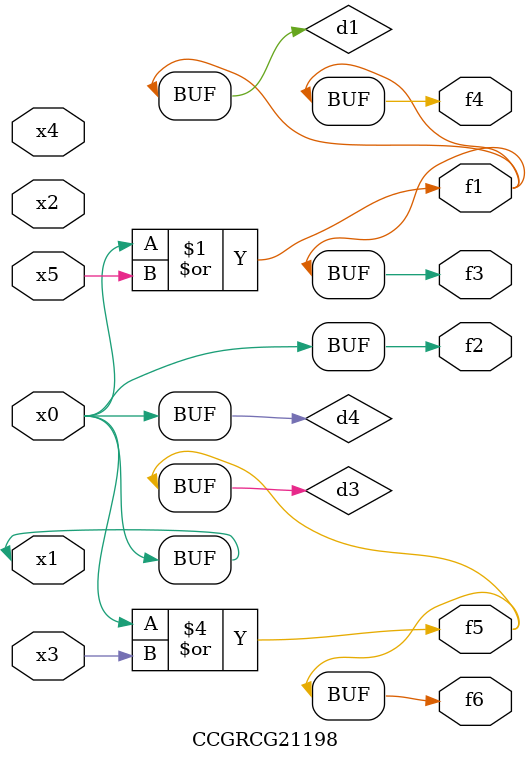
<source format=v>
module CCGRCG21198(
	input x0, x1, x2, x3, x4, x5,
	output f1, f2, f3, f4, f5, f6
);

	wire d1, d2, d3, d4;

	or (d1, x0, x5);
	xnor (d2, x1, x4);
	or (d3, x0, x3);
	buf (d4, x0, x1);
	assign f1 = d1;
	assign f2 = d4;
	assign f3 = d1;
	assign f4 = d1;
	assign f5 = d3;
	assign f6 = d3;
endmodule

</source>
